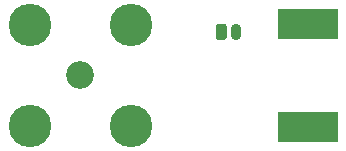
<source format=gbs>
G04 #@! TF.GenerationSoftware,KiCad,Pcbnew,5.1.6+dfsg1-1~bpo9+1*
G04 #@! TF.CreationDate,2022-04-04T20:18:43+02:00*
G04 #@! TF.ProjectId,sdrtrx-bias-t,73647274-7278-42d6-9269-61732d742e6b,rev?*
G04 #@! TF.SameCoordinates,Original*
G04 #@! TF.FileFunction,Soldermask,Bot*
G04 #@! TF.FilePolarity,Negative*
%FSLAX46Y46*%
G04 Gerber Fmt 4.6, Leading zero omitted, Abs format (unit mm)*
G04 Created by KiCad (PCBNEW 5.1.6+dfsg1-1~bpo9+1) date 2022-04-04 20:18:43*
%MOMM*%
%LPD*%
G01*
G04 APERTURE LIST*
%ADD10C,3.600000*%
%ADD11C,2.350000*%
%ADD12O,0.900000X1.400000*%
%ADD13R,5.180000X2.520000*%
G04 APERTURE END LIST*
D10*
X91041000Y-72753000D03*
X82441000Y-72753000D03*
X82441000Y-64153000D03*
X91041000Y-64153000D03*
D11*
X86741000Y-68453000D03*
D12*
X99929000Y-64770000D03*
G36*
G01*
X98229000Y-65245000D02*
X98229000Y-64295000D01*
G75*
G02*
X98454000Y-64070000I225000J0D01*
G01*
X98904000Y-64070000D01*
G75*
G02*
X99129000Y-64295000I0J-225000D01*
G01*
X99129000Y-65245000D01*
G75*
G02*
X98904000Y-65470000I-225000J0D01*
G01*
X98454000Y-65470000D01*
G75*
G02*
X98229000Y-65245000I0J225000D01*
G01*
G37*
D13*
X105987000Y-64073000D03*
X105987000Y-72833000D03*
M02*

</source>
